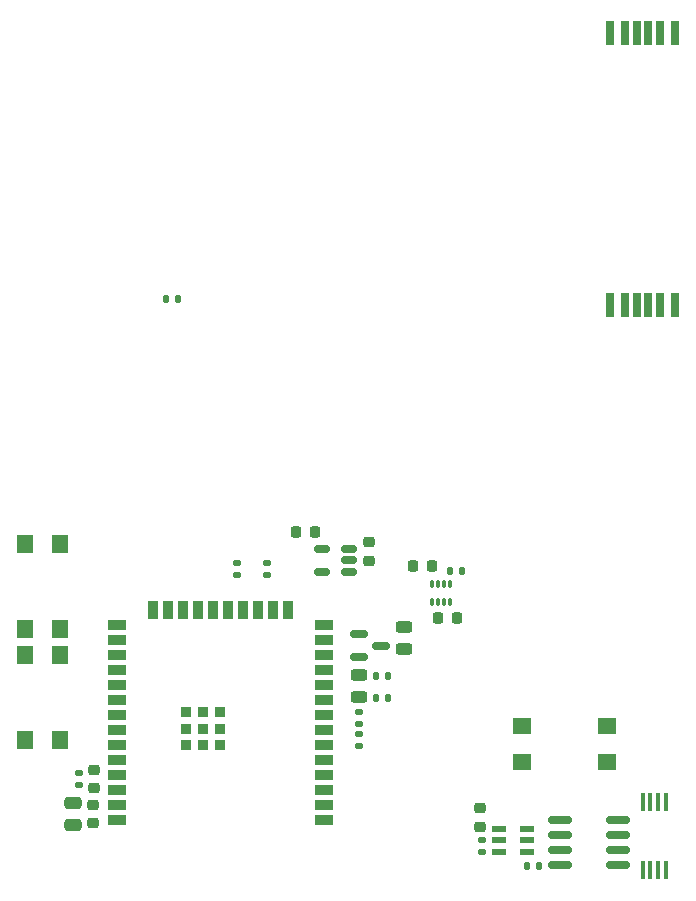
<source format=gbr>
%TF.GenerationSoftware,KiCad,Pcbnew,8.0.6*%
%TF.CreationDate,2024-11-11T19:10:45+01:00*%
%TF.ProjectId,panel,70616e65-6c2e-46b6-9963-61645f706362,rev?*%
%TF.SameCoordinates,Original*%
%TF.FileFunction,Paste,Bot*%
%TF.FilePolarity,Positive*%
%FSLAX46Y46*%
G04 Gerber Fmt 4.6, Leading zero omitted, Abs format (unit mm)*
G04 Created by KiCad (PCBNEW 8.0.6) date 2024-11-11 19:10:45*
%MOMM*%
%LPD*%
G01*
G04 APERTURE LIST*
G04 Aperture macros list*
%AMRoundRect*
0 Rectangle with rounded corners*
0 $1 Rounding radius*
0 $2 $3 $4 $5 $6 $7 $8 $9 X,Y pos of 4 corners*
0 Add a 4 corners polygon primitive as box body*
4,1,4,$2,$3,$4,$5,$6,$7,$8,$9,$2,$3,0*
0 Add four circle primitives for the rounded corners*
1,1,$1+$1,$2,$3*
1,1,$1+$1,$4,$5*
1,1,$1+$1,$6,$7*
1,1,$1+$1,$8,$9*
0 Add four rect primitives between the rounded corners*
20,1,$1+$1,$2,$3,$4,$5,0*
20,1,$1+$1,$4,$5,$6,$7,0*
20,1,$1+$1,$6,$7,$8,$9,0*
20,1,$1+$1,$8,$9,$2,$3,0*%
G04 Aperture macros list end*
%ADD10R,0.700000X2.000000*%
%ADD11R,0.760000X2.000000*%
%ADD12R,0.800000X2.000000*%
%ADD13RoundRect,0.135000X-0.185000X0.135000X-0.185000X-0.135000X0.185000X-0.135000X0.185000X0.135000X0*%
%ADD14RoundRect,0.050000X0.100000X-0.285000X0.100000X0.285000X-0.100000X0.285000X-0.100000X-0.285000X0*%
%ADD15RoundRect,0.150000X-0.825000X-0.150000X0.825000X-0.150000X0.825000X0.150000X-0.825000X0.150000X0*%
%ADD16RoundRect,0.135000X-0.135000X-0.185000X0.135000X-0.185000X0.135000X0.185000X-0.135000X0.185000X0*%
%ADD17R,1.400000X1.600000*%
%ADD18RoundRect,0.135000X0.185000X-0.135000X0.185000X0.135000X-0.185000X0.135000X-0.185000X-0.135000X0*%
%ADD19RoundRect,0.225000X-0.225000X-0.250000X0.225000X-0.250000X0.225000X0.250000X-0.225000X0.250000X0*%
%ADD20RoundRect,0.225000X0.225000X0.250000X-0.225000X0.250000X-0.225000X-0.250000X0.225000X-0.250000X0*%
%ADD21R,1.300000X0.470000*%
%ADD22R,1.600000X1.400000*%
%ADD23RoundRect,0.225000X-0.250000X0.225000X-0.250000X-0.225000X0.250000X-0.225000X0.250000X0.225000X0*%
%ADD24RoundRect,0.150000X-0.587500X-0.150000X0.587500X-0.150000X0.587500X0.150000X-0.587500X0.150000X0*%
%ADD25R,1.500000X0.900000*%
%ADD26R,0.900000X1.500000*%
%ADD27R,0.900000X0.900000*%
%ADD28RoundRect,0.150000X0.512500X0.150000X-0.512500X0.150000X-0.512500X-0.150000X0.512500X-0.150000X0*%
%ADD29RoundRect,0.243750X-0.456250X0.243750X-0.456250X-0.243750X0.456250X-0.243750X0.456250X0.243750X0*%
%ADD30RoundRect,0.050000X-0.150000X0.730000X-0.150000X-0.730000X0.150000X-0.730000X0.150000X0.730000X0*%
%ADD31RoundRect,0.250000X-0.475000X0.250000X-0.475000X-0.250000X0.475000X-0.250000X0.475000X0.250000X0*%
%ADD32RoundRect,0.135000X0.135000X0.185000X-0.135000X0.185000X-0.135000X-0.185000X0.135000X-0.185000X0*%
G04 APERTURE END LIST*
D10*
%TO.C,J1*%
X167605000Y-90240000D03*
D11*
X165585000Y-90240000D03*
D12*
X164355000Y-90240000D03*
D10*
X166605000Y-90240000D03*
D11*
X168625000Y-90240000D03*
D12*
X169855000Y-90240000D03*
%TD*%
D13*
%TO.C,R4*%
X153530000Y-135540000D03*
X153530000Y-136560000D03*
%TD*%
D14*
%TO.C,U4*%
X150785100Y-115340000D03*
X150285100Y-115340000D03*
X149785100Y-115340000D03*
X149285100Y-115340000D03*
X149285100Y-113860000D03*
X149785100Y-113860000D03*
X150285100Y-113860000D03*
X150785100Y-113860000D03*
%TD*%
D13*
%TO.C,R7*%
X143130000Y-124640000D03*
X143130000Y-125660000D03*
%TD*%
D15*
%TO.C,AO9926C1*%
X160080000Y-137670000D03*
X160080000Y-136400000D03*
X160080000Y-135130000D03*
X160080000Y-133860000D03*
X165030000Y-133860000D03*
X165030000Y-135130000D03*
X165030000Y-136400000D03*
X165030000Y-137670000D03*
%TD*%
D16*
%TO.C,R6*%
X150820000Y-112700000D03*
X151840000Y-112700000D03*
%TD*%
D17*
%TO.C,EN1*%
X114810000Y-127030000D03*
X114810000Y-119830000D03*
X117810000Y-127030000D03*
X117810000Y-119830000D03*
%TD*%
D18*
%TO.C,R11*%
X132780000Y-113060000D03*
X132780000Y-112040000D03*
%TD*%
D16*
%TO.C,R9*%
X144520000Y-123500000D03*
X145540000Y-123500000D03*
%TD*%
D19*
%TO.C,C8*%
X137805000Y-109400000D03*
X139355000Y-109400000D03*
%TD*%
D20*
%TO.C,C6*%
X151360100Y-116700000D03*
X149810100Y-116700000D03*
%TD*%
D21*
%TO.C,U2*%
X157285000Y-134600000D03*
X157285000Y-135550000D03*
X157285000Y-136500000D03*
X154975000Y-136500000D03*
X154975000Y-135550000D03*
X154975000Y-134600000D03*
%TD*%
D13*
%TO.C,R1*%
X119430000Y-129850000D03*
X119430000Y-130870000D03*
%TD*%
D22*
%TO.C,BATT_P1*%
X156880000Y-125870000D03*
X164080000Y-125870000D03*
X156880000Y-128870000D03*
X164080000Y-128870000D03*
%TD*%
D23*
%TO.C,C4*%
X153330000Y-132825000D03*
X153330000Y-134375000D03*
%TD*%
%TO.C,C3*%
X120630000Y-129560000D03*
X120630000Y-131110000D03*
%TD*%
D24*
%TO.C,Q2*%
X143092500Y-120012500D03*
X143092500Y-118112500D03*
X144967500Y-119062500D03*
%TD*%
D25*
%TO.C,U1*%
X122645000Y-133820000D03*
X122645000Y-132550000D03*
X122645000Y-131280000D03*
X122645000Y-130010000D03*
X122645000Y-128740000D03*
X122645000Y-127470000D03*
X122645000Y-126200000D03*
X122645000Y-124930000D03*
X122645000Y-123660000D03*
X122645000Y-122390000D03*
X122645000Y-121120000D03*
X122645000Y-119850000D03*
X122645000Y-118580000D03*
X122645000Y-117310000D03*
D26*
X125675000Y-116060000D03*
X126945000Y-116060000D03*
X128215000Y-116060000D03*
X129485000Y-116060000D03*
X130755000Y-116060000D03*
X132025000Y-116060000D03*
X133295000Y-116060000D03*
X134565000Y-116060000D03*
X135835000Y-116060000D03*
X137105000Y-116060000D03*
D25*
X140145000Y-117310000D03*
X140145000Y-118580000D03*
X140145000Y-119850000D03*
X140145000Y-121120000D03*
X140145000Y-122390000D03*
X140145000Y-123660000D03*
X140145000Y-124930000D03*
X140145000Y-126200000D03*
X140145000Y-127470000D03*
X140145000Y-128740000D03*
X140145000Y-130010000D03*
X140145000Y-131280000D03*
X140145000Y-132550000D03*
X140145000Y-133820000D03*
D27*
X128495000Y-124700000D03*
X128495000Y-124700000D03*
X128495000Y-126100000D03*
X128495000Y-127500000D03*
X128495000Y-127500000D03*
X129895000Y-124700000D03*
X129895000Y-124700000D03*
X129895000Y-126100000D03*
X129895000Y-127500000D03*
X131295000Y-124700000D03*
X131295000Y-126100000D03*
X131295000Y-127500000D03*
%TD*%
D28*
%TO.C,U7*%
X142270000Y-110890000D03*
X142270000Y-111840000D03*
X142270000Y-112790000D03*
X139995000Y-112790000D03*
X139995000Y-110890000D03*
%TD*%
D23*
%TO.C,C9*%
X143930000Y-110325000D03*
X143930000Y-111875000D03*
%TD*%
D18*
%TO.C,R12*%
X135280000Y-113060000D03*
X135280000Y-112040000D03*
%TD*%
D16*
%TO.C,R5*%
X157310000Y-137750000D03*
X158330000Y-137750000D03*
%TD*%
D13*
%TO.C,R10*%
X143130000Y-126540000D03*
X143130000Y-127560000D03*
%TD*%
D17*
%TO.C,BOOT1*%
X114810000Y-117610000D03*
X114810000Y-110410000D03*
X117810000Y-117610000D03*
X117810000Y-110410000D03*
%TD*%
D29*
%TO.C,D3*%
X143130000Y-121562500D03*
X143130000Y-123437500D03*
%TD*%
D16*
%TO.C,R8*%
X144520000Y-121600000D03*
X145540000Y-121600000D03*
%TD*%
D29*
%TO.C,D4*%
X146930000Y-117462500D03*
X146930000Y-119337500D03*
%TD*%
D23*
%TO.C,C2*%
X120580000Y-132550000D03*
X120580000Y-134100000D03*
%TD*%
D30*
%TO.C,Q1*%
X167105000Y-132320000D03*
X167755000Y-132320000D03*
X168405000Y-132320000D03*
X169055000Y-132320000D03*
X169055000Y-138080000D03*
X168405000Y-138080000D03*
X167755000Y-138080000D03*
X167105000Y-138080000D03*
%TD*%
D31*
%TO.C,C1*%
X118880000Y-132375000D03*
X118880000Y-134275000D03*
%TD*%
D20*
%TO.C,C7*%
X149260100Y-112300000D03*
X147710100Y-112300000D03*
%TD*%
D32*
%TO.C,R4*%
X127780000Y-89735000D03*
X126760000Y-89735000D03*
%TD*%
D10*
%TO.C,J1*%
X167605000Y-67165000D03*
D11*
X165585000Y-67165000D03*
D12*
X164355000Y-67165000D03*
D10*
X166605000Y-67165000D03*
D11*
X168625000Y-67165000D03*
D12*
X169855000Y-67165000D03*
%TD*%
M02*

</source>
